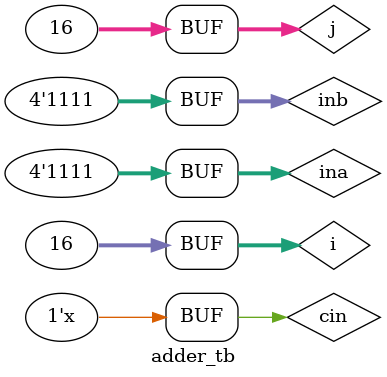
<source format=v>
`timescale 1ns/1ns
module adder_tb; //???????
reg[3:0] ina,inb; //?????????reg ?
reg cin;
wire[3:0] sum; //?????????wire ?
wire cout;
integer i,j;
adder4 adder(cout,sum,ina,inb,cin); //??????
always #5 cin=~cin; //??cin ???
initial
begin
ina=0;inb=0;cin=0;
for(i=1;i<16;i=i+1)
#10 ina=i; //??a ???
end
initial
begin
for(j=1;j<16;j=j+1)
#10 inb=j; //??b ???
end
endmodule


</source>
